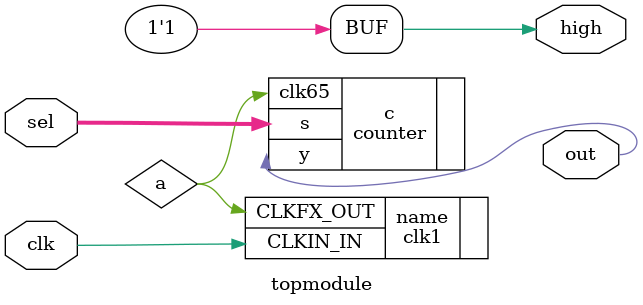
<source format=v>
`timescale 1ns / 1ps
module topmodule(clk,out,sel,high);
input clk;
input[2:0]sel;
output out,high;
assign high=1;
wire a;
clk1 name (.CLKIN_IN(clk), .CLKFX_OUT(a));
counter c (.y(out),.clk65(a),.s(sel));
endmodule

</source>
